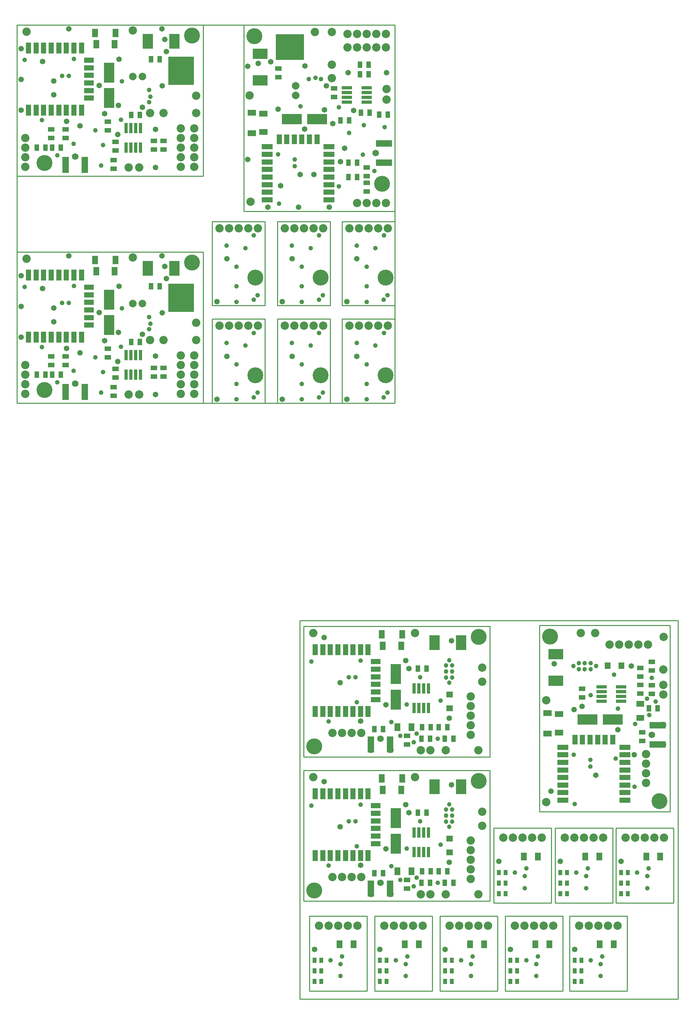
<source format=gbs>
%FSLAX25Y25*%
%MOIN*%
G70*
G01*
G75*
G04 Layer_Color=16711935*
%ADD10R,0.06299X0.13386*%
%ADD11R,0.01772X0.06299*%
%ADD12R,0.05512X0.01654*%
%ADD13R,0.04724X0.04724*%
%ADD14R,0.09000X0.15000*%
%ADD15R,0.08465X0.05000*%
%ADD16R,0.05906X0.03937*%
%ADD17R,0.03937X0.05906*%
%ADD18R,0.07874X0.11024*%
%ADD19R,0.05906X0.15748*%
%ADD20R,0.03500X0.05000*%
%ADD21R,0.07874X0.15748*%
%ADD22R,0.06299X0.09449*%
%ADD23R,0.05512X0.07087*%
%ADD24R,0.13386X0.06299*%
%ADD25R,0.06299X0.01772*%
%ADD26R,0.01654X0.05512*%
%ADD27R,0.04724X0.04724*%
%ADD28R,0.15000X0.09000*%
%ADD29R,0.05000X0.08465*%
%ADD30R,0.11024X0.07874*%
%ADD31R,0.15748X0.05906*%
%ADD32R,0.05000X0.03500*%
%ADD33R,0.15748X0.07874*%
%ADD34R,0.09449X0.06299*%
%ADD35R,0.07087X0.05512*%
%ADD36R,0.06600X0.01700*%
%ADD37R,0.15000X0.28000*%
%ADD38R,0.28000X0.15000*%
%ADD39R,0.03300X0.03150*%
%ADD40C,0.02500*%
%ADD41C,0.02000*%
%ADD42C,0.03000*%
%ADD43C,0.01500*%
%ADD44C,0.04000*%
%ADD45C,0.01000*%
%ADD46C,0.01800*%
%ADD47C,0.05000*%
%ADD48R,0.01600X0.04800*%
%ADD49R,0.34200X0.03200*%
%ADD50R,0.04800X0.01600*%
%ADD51R,0.03200X0.34200*%
%ADD52R,0.14413X0.28346*%
%ADD53R,0.28346X0.14413*%
%ADD54R,0.27700X0.02100*%
%ADD55R,0.01900X0.03800*%
%ADD56R,0.35700X0.03400*%
%ADD57R,0.02100X0.27700*%
%ADD58R,0.03800X0.01900*%
%ADD59R,0.03400X0.35700*%
%ADD60R,0.08200X0.15600*%
%ADD61C,0.15800*%
%ADD62R,0.05118X0.07874*%
%ADD63R,0.05512X0.07874*%
%ADD64C,0.07874*%
%ADD65R,0.07874X0.05118*%
%ADD66R,0.07874X0.05512*%
%ADD67C,0.07087*%
%ADD68C,0.05000*%
%ADD69C,0.04000*%
%ADD70C,0.06000*%
%ADD71C,0.03937*%
%ADD72R,0.04724X0.11024*%
%ADD73R,0.09449X0.04724*%
%ADD74R,0.03000X0.10000*%
%ADD75R,0.10000X0.20000*%
%ADD76R,0.06299X0.05512*%
%ADD77R,0.09843X0.14961*%
%ADD78R,0.11024X0.04724*%
%ADD79R,0.04724X0.09449*%
%ADD80R,0.10000X0.03000*%
%ADD81R,0.20000X0.10000*%
%ADD82R,0.05512X0.06299*%
%ADD83R,0.14961X0.09843*%
%ADD84R,0.03150X0.04724*%
%ADD85R,0.26000X0.28400*%
%ADD86R,0.28400X0.26000*%
%ADD87C,0.03500*%
%ADD88R,0.26400X0.28346*%
%ADD89R,0.28346X0.26400*%
%ADD90R,0.21028X0.12517*%
%ADD91R,0.12517X0.21028*%
%ADD92R,0.20200X0.15600*%
%ADD93C,0.00200*%
%ADD94C,0.00591*%
%ADD95C,0.00394*%
%ADD96C,0.00787*%
%ADD97C,0.00500*%
%ADD98C,0.00050*%
%ADD99C,0.00800*%
%ADD100R,0.02300X0.06299*%
%ADD101R,0.06299X0.02300*%
%ADD102R,0.12100X0.11300*%
%ADD103R,0.06299X0.02100*%
%ADD104R,0.11300X0.12100*%
%ADD105R,0.02100X0.06299*%
%ADD106R,0.07099X0.14186*%
%ADD107R,0.02572X0.07099*%
%ADD108R,0.06312X0.02454*%
%ADD109R,0.05524X0.05524*%
%ADD110R,0.09800X0.15800*%
%ADD111R,0.09265X0.05800*%
%ADD112R,0.06706X0.04737*%
%ADD113R,0.04737X0.06706*%
%ADD114R,0.08674X0.11824*%
%ADD115R,0.06706X0.16548*%
%ADD116R,0.04300X0.05800*%
%ADD117R,0.08674X0.16548*%
%ADD118R,0.07099X0.10249*%
%ADD119R,0.06312X0.07887*%
%ADD120R,0.14186X0.07099*%
%ADD121R,0.07099X0.02572*%
%ADD122R,0.02454X0.06312*%
%ADD123R,0.05524X0.05524*%
%ADD124R,0.15800X0.09800*%
%ADD125R,0.05800X0.09265*%
%ADD126R,0.11824X0.08674*%
%ADD127R,0.16548X0.06706*%
%ADD128R,0.05800X0.04300*%
%ADD129R,0.16548X0.08674*%
%ADD130R,0.10249X0.07099*%
%ADD131R,0.07887X0.06312*%
%ADD132R,0.07400X0.02500*%
%ADD133R,0.15800X0.28800*%
%ADD134R,0.28800X0.15800*%
%ADD135R,0.04100X0.03950*%
%ADD136C,0.16600*%
%ADD137R,0.05918X0.08674*%
%ADD138R,0.06312X0.08674*%
%ADD139C,0.08674*%
%ADD140R,0.08674X0.05918*%
%ADD141R,0.08674X0.06312*%
%ADD142C,0.07887*%
%ADD143C,0.05800*%
%ADD144C,0.04800*%
%ADD145C,0.06800*%
%ADD146C,0.04737*%
%ADD147R,0.05524X0.11824*%
%ADD148R,0.10249X0.05524*%
%ADD149R,0.03800X0.10800*%
%ADD150R,0.10800X0.20800*%
%ADD151R,0.07099X0.06312*%
%ADD152R,0.10642X0.15761*%
%ADD153R,0.11824X0.05524*%
%ADD154R,0.05524X0.10249*%
%ADD155R,0.10800X0.03800*%
%ADD156R,0.20800X0.10800*%
%ADD157R,0.06312X0.07099*%
%ADD158R,0.15761X0.10642*%
%ADD159R,0.03950X0.05524*%
%ADD160R,0.26800X0.29200*%
%ADD161R,0.29200X0.26800*%
D45*
X294500Y-620500D02*
Y-226500D01*
Y-620500D02*
X688500D01*
Y-226500D01*
X294500D02*
X688500D01*
X492600Y-368400D02*
Y-232400D01*
X298600D02*
X492600D01*
X298600Y-368400D02*
X492600D01*
X298600D02*
Y-232400D01*
Y-518400D02*
Y-382400D01*
Y-518400D02*
X492600D01*
X298600Y-382400D02*
X492600D01*
Y-518400D02*
Y-382400D01*
X544400Y-231400D02*
X680400D01*
X544400Y-425400D02*
Y-231400D01*
X680400Y-425400D02*
Y-231400D01*
X544400Y-425400D02*
X680400D01*
X304500Y-534000D02*
X364500D01*
X304500Y-612000D02*
Y-534000D01*
Y-612000D02*
X364500D01*
Y-534000D01*
X432500Y-612000D02*
Y-534000D01*
X372500Y-612000D02*
X432500D01*
X372500D02*
Y-534000D01*
X432500D01*
X508500D02*
X568500D01*
X508500Y-612000D02*
Y-534000D01*
Y-612000D02*
X568500D01*
Y-534000D01*
X500500Y-612000D02*
Y-534000D01*
X440500Y-612000D02*
X500500D01*
X440500D02*
Y-534000D01*
X500500D01*
X635500Y-612000D02*
Y-534000D01*
X575500Y-612000D02*
X635500D01*
X575500D02*
Y-534000D01*
X635500D01*
X624000Y-442500D02*
X684000D01*
X624000Y-520500D02*
Y-442500D01*
Y-520500D02*
X684000D01*
Y-442500D01*
X496500D02*
X556500D01*
X496500Y-520500D02*
Y-442500D01*
Y-520500D02*
X556500D01*
Y-442500D01*
X620500Y-520500D02*
Y-442500D01*
X560500Y-520500D02*
X620500D01*
X560500D02*
Y-442500D01*
X620500D01*
X0Y0D02*
Y393701D01*
Y0D02*
X393701D01*
Y393701D01*
X0D02*
X393701D01*
X194000Y236300D02*
Y393700D01*
X0D02*
X194000D01*
X0Y236300D02*
X194000D01*
X0D02*
Y393700D01*
X194000Y0D02*
Y157400D01*
X0D02*
X194000D01*
X0Y0D02*
X194000D01*
X0D02*
Y157400D01*
X236300Y393700D02*
X393700D01*
X236300Y199700D02*
Y393700D01*
X393700Y199700D02*
Y393700D01*
X236300Y199700D02*
X393700D01*
X338700Y0D02*
Y87500D01*
Y0D02*
X393700D01*
X338700Y87500D02*
X393700D01*
Y0D02*
Y87500D01*
X271300Y0D02*
Y87500D01*
Y0D02*
X326300D01*
X271300Y87500D02*
X326300D01*
Y0D02*
Y87500D01*
X203300Y0D02*
Y87500D01*
Y0D02*
X258300D01*
X203300Y87500D02*
X258300D01*
Y0D02*
Y87500D01*
Y101500D02*
Y189000D01*
X203300D02*
X258300D01*
X203300Y101500D02*
X258300D01*
X203300D02*
Y189000D01*
X326300Y101500D02*
Y189000D01*
X271300D02*
X326300D01*
X271300Y101500D02*
X326300D01*
X271300D02*
Y189000D01*
X393700Y101500D02*
Y189000D01*
X338700D02*
X393700D01*
X338700Y101500D02*
X393700D01*
X338700D02*
Y189000D01*
D112*
X406268Y-355368D02*
D03*
Y-346368D02*
D03*
Y-505368D02*
D03*
Y-496368D02*
D03*
X651368Y-351732D02*
D03*
Y-342732D02*
D03*
X649368Y-302232D02*
D03*
Y-293232D02*
D03*
X661368Y-293732D02*
D03*
Y-302732D02*
D03*
X661400Y-269400D02*
D03*
Y-278400D02*
D03*
X649368Y-284732D02*
D03*
Y-275732D02*
D03*
X588500Y-306400D02*
D03*
Y-297400D02*
D03*
X50500Y275800D02*
D03*
Y284800D02*
D03*
X35600Y275800D02*
D03*
Y284800D02*
D03*
X152500Y272800D02*
D03*
Y263800D02*
D03*
X100500Y243800D02*
D03*
Y252800D02*
D03*
X142500Y263800D02*
D03*
Y272800D02*
D03*
X102500Y262800D02*
D03*
Y271800D02*
D03*
X94500Y293000D02*
D03*
Y284000D02*
D03*
X50500Y39500D02*
D03*
Y48500D02*
D03*
X35600Y39500D02*
D03*
Y48500D02*
D03*
X152500Y36500D02*
D03*
Y27500D02*
D03*
X100500Y7500D02*
D03*
Y16500D02*
D03*
X142500Y27500D02*
D03*
Y36500D02*
D03*
X102500Y26500D02*
D03*
Y35500D02*
D03*
X94500Y56700D02*
D03*
Y47700D02*
D03*
X364200Y245200D02*
D03*
Y236200D02*
D03*
Y220200D02*
D03*
Y229200D02*
D03*
X330200Y318700D02*
D03*
Y327700D02*
D03*
X272200Y348200D02*
D03*
Y339200D02*
D03*
D113*
X372268Y-339368D02*
D03*
X381268D02*
D03*
X421768Y-337368D02*
D03*
X430768D02*
D03*
X430268Y-349368D02*
D03*
X421268D02*
D03*
X454600Y-349400D02*
D03*
X445600D02*
D03*
X439268Y-337368D02*
D03*
X448268D02*
D03*
X417600Y-276500D02*
D03*
X426600D02*
D03*
X417600Y-426500D02*
D03*
X426600D02*
D03*
X439268Y-487368D02*
D03*
X448268D02*
D03*
X454600Y-499400D02*
D03*
X445600D02*
D03*
X430268Y-499368D02*
D03*
X421268D02*
D03*
X421768Y-487368D02*
D03*
X430768D02*
D03*
X372268Y-489368D02*
D03*
X381268D02*
D03*
X667368Y-317732D02*
D03*
X658368D02*
D03*
X45500Y265800D02*
D03*
X36500D02*
D03*
X20500D02*
D03*
X29500D02*
D03*
X119000Y299800D02*
D03*
X128000D02*
D03*
X148500Y357800D02*
D03*
X139500D02*
D03*
X45500Y29500D02*
D03*
X36500D02*
D03*
X20500D02*
D03*
X29500D02*
D03*
X119000Y63500D02*
D03*
X128000D02*
D03*
X148500Y121500D02*
D03*
X139500D02*
D03*
X354200Y250200D02*
D03*
X345200D02*
D03*
X354200Y235300D02*
D03*
X345200D02*
D03*
X357200Y352200D02*
D03*
X366200D02*
D03*
X386200Y300200D02*
D03*
X377200D02*
D03*
X366200Y342200D02*
D03*
X357200D02*
D03*
X367200Y302200D02*
D03*
X358200D02*
D03*
X337000Y294200D02*
D03*
X346000D02*
D03*
D115*
X388600Y-355400D02*
D03*
X368600D02*
D03*
X388600Y-505400D02*
D03*
X368600D02*
D03*
X70500Y247800D02*
D03*
X50500D02*
D03*
X70500Y11500D02*
D03*
X50500D02*
D03*
D119*
X410835Y-337368D02*
D03*
X396268D02*
D03*
X410835Y-487368D02*
D03*
X396268D02*
D03*
X335933Y-563500D02*
D03*
X350500D02*
D03*
X403933D02*
D03*
X418500D02*
D03*
X539933D02*
D03*
X554500D02*
D03*
X471933D02*
D03*
X486500D02*
D03*
X606933D02*
D03*
X621500D02*
D03*
X655433Y-472000D02*
D03*
X670000D02*
D03*
X527933D02*
D03*
X542500D02*
D03*
X591933D02*
D03*
X606500D02*
D03*
D127*
X667400Y-335400D02*
D03*
Y-355400D02*
D03*
X382200Y270200D02*
D03*
Y250200D02*
D03*
D131*
X649368Y-313165D02*
D03*
Y-327732D02*
D03*
D136*
X480900Y-243400D02*
D03*
X309600Y-357400D02*
D03*
Y-507400D02*
D03*
X480900Y-393400D02*
D03*
X555400Y-243100D02*
D03*
X669400Y-414400D02*
D03*
X182300Y382700D02*
D03*
X28500Y249800D02*
D03*
X182300Y146400D02*
D03*
X28500Y13500D02*
D03*
X247300Y382000D02*
D03*
X380200Y228200D02*
D03*
X383800Y29000D02*
D03*
X316400D02*
D03*
X248400D02*
D03*
Y130500D02*
D03*
X316400D02*
D03*
X383800D02*
D03*
D137*
X381053Y-252613D02*
D03*
X400147D02*
D03*
X381053Y-402613D02*
D03*
X400147D02*
D03*
X82453Y373487D02*
D03*
X101547D02*
D03*
X82453Y137187D02*
D03*
X101547D02*
D03*
D138*
X401328Y-240684D02*
D03*
X379872D02*
D03*
X401328Y-390684D02*
D03*
X379872D02*
D03*
X102728Y385417D02*
D03*
X81272D02*
D03*
X102728Y149117D02*
D03*
X81272D02*
D03*
D139*
X484600Y-290100D02*
D03*
X446600Y-361400D02*
D03*
X480532Y-361432D02*
D03*
X414600Y-239400D02*
D03*
X484600Y-275400D02*
D03*
X308600Y-239400D02*
D03*
X430600Y-361400D02*
D03*
X420600D02*
D03*
X328600Y-343400D02*
D03*
X338600D02*
D03*
X348600D02*
D03*
X358600D02*
D03*
X472600Y-315400D02*
D03*
Y-325400D02*
D03*
Y-335400D02*
D03*
Y-345400D02*
D03*
Y-305400D02*
D03*
Y-465400D02*
D03*
Y-475400D02*
D03*
Y-485400D02*
D03*
Y-495400D02*
D03*
Y-455400D02*
D03*
X328600Y-493400D02*
D03*
X338600D02*
D03*
X348600D02*
D03*
X358600D02*
D03*
X430600Y-511400D02*
D03*
X420600D02*
D03*
X308600Y-389400D02*
D03*
X484600Y-425400D02*
D03*
X414600Y-389400D02*
D03*
X480532Y-511432D02*
D03*
X446600Y-511400D02*
D03*
X484600Y-440100D02*
D03*
X602100Y-239400D02*
D03*
X673400Y-277400D02*
D03*
X673432Y-243468D02*
D03*
X551400Y-309400D02*
D03*
X587400Y-239400D02*
D03*
X551400Y-415400D02*
D03*
X673400Y-293400D02*
D03*
Y-303400D02*
D03*
X655400Y-395400D02*
D03*
Y-385400D02*
D03*
Y-375400D02*
D03*
Y-365400D02*
D03*
X627400Y-251400D02*
D03*
X637400D02*
D03*
X647400D02*
D03*
X657400D02*
D03*
X617400D02*
D03*
X314500Y-544000D02*
D03*
X354500D02*
D03*
X344500D02*
D03*
X334500D02*
D03*
X324500D02*
D03*
X382500D02*
D03*
X422500D02*
D03*
X412500D02*
D03*
X402500D02*
D03*
X392500D02*
D03*
X518500D02*
D03*
X558500D02*
D03*
X548500D02*
D03*
X538500D02*
D03*
X528500D02*
D03*
X450500D02*
D03*
X490500D02*
D03*
X480500D02*
D03*
X470500D02*
D03*
X460500D02*
D03*
X585500D02*
D03*
X625500D02*
D03*
X615500D02*
D03*
X605500D02*
D03*
X595500D02*
D03*
X634000Y-452500D02*
D03*
X674000D02*
D03*
X664000D02*
D03*
X654000D02*
D03*
X644000D02*
D03*
X506500D02*
D03*
X546500D02*
D03*
X536500D02*
D03*
X526500D02*
D03*
X516500D02*
D03*
X570500D02*
D03*
X610500D02*
D03*
X600500D02*
D03*
X590500D02*
D03*
X580500D02*
D03*
X170500Y275800D02*
D03*
Y265800D02*
D03*
Y255800D02*
D03*
Y245800D02*
D03*
Y285800D02*
D03*
X186500Y302000D02*
D03*
X138500D02*
D03*
X152500D02*
D03*
X120500Y387800D02*
D03*
X186500Y319800D02*
D03*
X10000Y386700D02*
D03*
X127100Y245200D02*
D03*
X116300D02*
D03*
X8500Y275800D02*
D03*
Y265800D02*
D03*
Y255800D02*
D03*
Y245800D02*
D03*
X184500Y275800D02*
D03*
Y265800D02*
D03*
Y255800D02*
D03*
Y245800D02*
D03*
Y285800D02*
D03*
X170500Y39500D02*
D03*
Y29500D02*
D03*
Y19500D02*
D03*
Y9500D02*
D03*
Y49500D02*
D03*
X186500Y65700D02*
D03*
X138500D02*
D03*
X152500D02*
D03*
X120500Y151500D02*
D03*
X186500Y83500D02*
D03*
X10000Y150400D02*
D03*
X127100Y8900D02*
D03*
X116300D02*
D03*
X8500Y39500D02*
D03*
Y29500D02*
D03*
Y19500D02*
D03*
Y9500D02*
D03*
X184500Y39500D02*
D03*
Y29500D02*
D03*
Y19500D02*
D03*
Y9500D02*
D03*
Y49500D02*
D03*
X354200Y370200D02*
D03*
X364200D02*
D03*
X374200D02*
D03*
X384200D02*
D03*
X344200D02*
D03*
X328000Y386200D02*
D03*
Y338200D02*
D03*
Y352200D02*
D03*
X242200Y320200D02*
D03*
X310200Y386200D02*
D03*
X243300Y209700D02*
D03*
X384800Y326800D02*
D03*
Y316000D02*
D03*
X354200Y208200D02*
D03*
X364200D02*
D03*
X374200D02*
D03*
X384200D02*
D03*
X354200Y384200D02*
D03*
X364200D02*
D03*
X374200D02*
D03*
X384200D02*
D03*
X344200D02*
D03*
X356200Y80500D02*
D03*
X366200D02*
D03*
X376200D02*
D03*
X386200D02*
D03*
X346200D02*
D03*
X288800D02*
D03*
X298800D02*
D03*
X308800D02*
D03*
X318800D02*
D03*
X278800D02*
D03*
X220800D02*
D03*
X230800D02*
D03*
X240800D02*
D03*
X250800D02*
D03*
X210800D02*
D03*
X220800Y182000D02*
D03*
X230800D02*
D03*
X240800D02*
D03*
X250800D02*
D03*
X210800D02*
D03*
X288800D02*
D03*
X298800D02*
D03*
X308800D02*
D03*
X318800D02*
D03*
X278800D02*
D03*
X356200D02*
D03*
X366200D02*
D03*
X376200D02*
D03*
X386200D02*
D03*
X346200D02*
D03*
D140*
X564613Y-342947D02*
D03*
Y-323853D02*
D03*
X256513Y282153D02*
D03*
Y301247D02*
D03*
D141*
X552683Y-322672D02*
D03*
Y-344128D02*
D03*
X244584Y302428D02*
D03*
Y280972D02*
D03*
D142*
X130500Y339800D02*
D03*
X120500D02*
D03*
X130500Y103500D02*
D03*
X120500D02*
D03*
X290200Y330200D02*
D03*
Y320200D02*
D03*
D143*
X357900Y-331000D02*
D03*
X450300Y-327900D02*
D03*
X408200Y-276500D02*
D03*
X384100Y-313900D02*
D03*
X452600Y-247500D02*
D03*
X336700Y-290900D02*
D03*
X405000Y-268100D02*
D03*
X319900Y-244100D02*
D03*
Y-394100D02*
D03*
X405000Y-418100D02*
D03*
X336700Y-440900D02*
D03*
X452600Y-397500D02*
D03*
X384100Y-463900D02*
D03*
X408200Y-426500D02*
D03*
X450300Y-477900D02*
D03*
X357900Y-481000D02*
D03*
X643000Y-366100D02*
D03*
X639900Y-273700D02*
D03*
X588500Y-315800D02*
D03*
X625900Y-339900D02*
D03*
X559500Y-271400D02*
D03*
X602900Y-387300D02*
D03*
X580100Y-319000D02*
D03*
X556100Y-404100D02*
D03*
X309900Y-568700D02*
D03*
X377900D02*
D03*
X513900D02*
D03*
X445900D02*
D03*
X580900D02*
D03*
X629400Y-477200D02*
D03*
X501900D02*
D03*
X565900D02*
D03*
X105500Y309800D02*
D03*
X130700Y307800D02*
D03*
X91200Y301200D02*
D03*
X104900Y279500D02*
D03*
X65500Y288700D02*
D03*
X26500Y355500D02*
D03*
X85700Y330500D02*
D03*
X155600Y365800D02*
D03*
X154000Y378600D02*
D03*
X38100Y335200D02*
D03*
X106400Y358000D02*
D03*
X144100Y245200D02*
D03*
X151400Y330200D02*
D03*
X144100Y285100D02*
D03*
X4300Y368800D02*
D03*
Y336800D02*
D03*
Y304800D02*
D03*
X38100Y320800D02*
D03*
X53900Y389600D02*
D03*
X150800D02*
D03*
X51500Y293200D02*
D03*
X105500Y73500D02*
D03*
X130700Y71500D02*
D03*
X91200Y64900D02*
D03*
X104900Y43200D02*
D03*
X65500Y52400D02*
D03*
X26500Y119200D02*
D03*
X85700Y94200D02*
D03*
X155600Y129500D02*
D03*
X154000Y142300D02*
D03*
X38100Y98900D02*
D03*
X106400Y121700D02*
D03*
X144100Y8900D02*
D03*
X151400Y93900D02*
D03*
X144100Y48800D02*
D03*
X4300Y132500D02*
D03*
Y100500D02*
D03*
Y68500D02*
D03*
X38100Y84500D02*
D03*
X53900Y153300D02*
D03*
X150800D02*
D03*
X51500Y56900D02*
D03*
X320200Y305200D02*
D03*
X322200Y330400D02*
D03*
X328800Y290900D02*
D03*
X350500Y304600D02*
D03*
X341300Y265200D02*
D03*
X274500Y226200D02*
D03*
X299500Y285400D02*
D03*
X264200Y355300D02*
D03*
X251400Y353700D02*
D03*
X294800Y237800D02*
D03*
X272000Y306100D02*
D03*
X384800Y343800D02*
D03*
X299800Y351100D02*
D03*
X344900Y343800D02*
D03*
X261200Y204000D02*
D03*
X293200D02*
D03*
X325200D02*
D03*
X309200Y237800D02*
D03*
X240400Y253600D02*
D03*
Y350500D02*
D03*
X336800Y251200D02*
D03*
X354000Y48700D02*
D03*
X343500Y4100D02*
D03*
X286600Y48700D02*
D03*
X276100Y4100D02*
D03*
X218600Y48700D02*
D03*
X208100Y4100D02*
D03*
Y105600D02*
D03*
X218600Y150200D02*
D03*
X276100Y105600D02*
D03*
X286600Y150200D02*
D03*
X343500Y105600D02*
D03*
X354000Y150200D02*
D03*
D144*
X353800Y-311500D02*
D03*
X389800Y-331900D02*
D03*
X399200Y-346500D02*
D03*
X416200Y-344100D02*
D03*
X405800Y-313800D02*
D03*
X345500Y-285400D02*
D03*
X420000Y-285500D02*
D03*
X357800Y-267900D02*
D03*
X324600Y-331400D02*
D03*
X352500Y-285400D02*
D03*
X306600Y-268900D02*
D03*
X438100Y-349400D02*
D03*
X441200Y-309800D02*
D03*
X413300Y-353100D02*
D03*
Y-503100D02*
D03*
X441200Y-459800D02*
D03*
X438100Y-499400D02*
D03*
X306600Y-418900D02*
D03*
X352500Y-435400D02*
D03*
X324600Y-481400D02*
D03*
X357800Y-417900D02*
D03*
X420000Y-435500D02*
D03*
X345500Y-435400D02*
D03*
X405800Y-463800D02*
D03*
X416200Y-494100D02*
D03*
X399200Y-496500D02*
D03*
X389800Y-481900D02*
D03*
X353800Y-461500D02*
D03*
X623500Y-370200D02*
D03*
X643900Y-334200D02*
D03*
X658500Y-324800D02*
D03*
X656100Y-307800D02*
D03*
X625800Y-318200D02*
D03*
X597400Y-378500D02*
D03*
X597500Y-304000D02*
D03*
X579900Y-366200D02*
D03*
X643400Y-399400D02*
D03*
X597400Y-371500D02*
D03*
X580900Y-417400D02*
D03*
X661400Y-285900D02*
D03*
X621800Y-282800D02*
D03*
X665100Y-310700D02*
D03*
X338500Y-576000D02*
D03*
X326500Y-580200D02*
D03*
X337000Y-584000D02*
D03*
Y-596500D02*
D03*
X405000D02*
D03*
Y-584000D02*
D03*
X394500Y-580200D02*
D03*
X406500Y-576000D02*
D03*
X542500D02*
D03*
X530500Y-580200D02*
D03*
X541000Y-584000D02*
D03*
Y-596500D02*
D03*
X473000D02*
D03*
Y-584000D02*
D03*
X462500Y-580200D02*
D03*
X474500Y-576000D02*
D03*
X608000Y-596500D02*
D03*
Y-584000D02*
D03*
X597500Y-580200D02*
D03*
X609500Y-576000D02*
D03*
X658000Y-484500D02*
D03*
X646000Y-488700D02*
D03*
X656500Y-492500D02*
D03*
Y-505000D02*
D03*
X530500Y-484500D02*
D03*
X518500Y-488700D02*
D03*
X529000Y-492500D02*
D03*
Y-505000D02*
D03*
X593000D02*
D03*
Y-492500D02*
D03*
X582500Y-488700D02*
D03*
X594500Y-484500D02*
D03*
X108400Y294800D02*
D03*
X137717Y313283D02*
D03*
X138800Y319000D02*
D03*
X137700Y326000D02*
D03*
X81700Y284000D02*
D03*
X89700Y268600D02*
D03*
X87500Y247200D02*
D03*
X58800Y269900D02*
D03*
X109300Y334800D02*
D03*
X41900Y257800D02*
D03*
X46900Y340700D02*
D03*
X59200Y358200D02*
D03*
X26000Y294700D02*
D03*
X53900Y340700D02*
D03*
X8000Y357200D02*
D03*
X108400Y58500D02*
D03*
X137717Y76983D02*
D03*
X138800Y82700D02*
D03*
X137700Y89700D02*
D03*
X81700Y47700D02*
D03*
X89700Y32300D02*
D03*
X87500Y10900D02*
D03*
X58800Y33600D02*
D03*
X109300Y98500D02*
D03*
X41900Y21500D02*
D03*
X46900Y104400D02*
D03*
X59200Y121900D02*
D03*
X26000Y58400D02*
D03*
X53900Y104400D02*
D03*
X8000Y120900D02*
D03*
X335200Y308100D02*
D03*
X316717Y337417D02*
D03*
X311000Y338500D02*
D03*
X304000Y337400D02*
D03*
X346000Y281400D02*
D03*
X361400Y289400D02*
D03*
X382800Y287200D02*
D03*
X360100Y258500D02*
D03*
X295200Y309000D02*
D03*
X372200Y241600D02*
D03*
X289300Y246600D02*
D03*
X271800Y258900D02*
D03*
X335300Y225700D02*
D03*
X289300Y253600D02*
D03*
X272800Y207700D02*
D03*
X353800Y62600D02*
D03*
X382100Y73100D02*
D03*
X373400Y59800D02*
D03*
X385900Y10800D02*
D03*
X381900Y6000D02*
D03*
X364100Y40400D02*
D03*
Y20000D02*
D03*
Y3900D02*
D03*
X286400Y62600D02*
D03*
X314700Y73100D02*
D03*
X306000Y59800D02*
D03*
X318500Y10800D02*
D03*
X314500Y6000D02*
D03*
X296700Y40400D02*
D03*
Y20000D02*
D03*
Y3900D02*
D03*
X218400Y62600D02*
D03*
X246700Y73100D02*
D03*
X238000Y59800D02*
D03*
X250500Y10800D02*
D03*
X246500Y6000D02*
D03*
X228700Y40400D02*
D03*
Y20000D02*
D03*
Y3900D02*
D03*
Y105400D02*
D03*
Y121500D02*
D03*
Y141900D02*
D03*
X246500Y107500D02*
D03*
X250500Y112300D02*
D03*
X238000Y161300D02*
D03*
X246700Y174600D02*
D03*
X218400Y164100D02*
D03*
X296700Y105400D02*
D03*
Y121500D02*
D03*
Y141900D02*
D03*
X314500Y107500D02*
D03*
X318500Y112300D02*
D03*
X306000Y161300D02*
D03*
X314700Y174600D02*
D03*
X286400Y164100D02*
D03*
X364100Y105400D02*
D03*
Y121500D02*
D03*
Y141900D02*
D03*
X381900Y107500D02*
D03*
X385900Y112300D02*
D03*
X373400Y161300D02*
D03*
X382100Y174600D02*
D03*
X353800Y164100D02*
D03*
D145*
X378600Y-349400D02*
D03*
X368600Y-361000D02*
D03*
X388800D02*
D03*
Y-511000D02*
D03*
X368600D02*
D03*
X378600Y-499400D02*
D03*
X661400Y-345400D02*
D03*
X673000Y-355400D02*
D03*
Y-335200D02*
D03*
X70500Y243800D02*
D03*
X50500D02*
D03*
X60500Y256500D02*
D03*
X70500Y7500D02*
D03*
X50500D02*
D03*
X60500Y20200D02*
D03*
X386200Y270200D02*
D03*
Y250200D02*
D03*
X373500Y260200D02*
D03*
D146*
X450395Y-267589D02*
D03*
X453151Y-279400D02*
D03*
X446852Y-285699D02*
D03*
X450395Y-291211D02*
D03*
X446852Y-279400D02*
D03*
X453151Y-285699D02*
D03*
X446852Y-273101D02*
D03*
X453151D02*
D03*
X450395Y-417589D02*
D03*
X453151Y-429400D02*
D03*
X446852Y-435699D02*
D03*
X450395Y-441211D02*
D03*
X446852Y-429400D02*
D03*
X453151Y-435699D02*
D03*
X446852Y-423101D02*
D03*
X453151D02*
D03*
X579589Y-273605D02*
D03*
X591400Y-270849D02*
D03*
X597699Y-277148D02*
D03*
X603211Y-273605D02*
D03*
X591400Y-277148D02*
D03*
X597699Y-270849D02*
D03*
X585101Y-277148D02*
D03*
Y-270849D02*
D03*
X173051Y352099D02*
D03*
X166752D02*
D03*
X173051Y339501D02*
D03*
X166752Y345800D02*
D03*
X170295Y333989D02*
D03*
X166752Y339501D02*
D03*
X173051Y345800D02*
D03*
X170295Y357611D02*
D03*
X173051Y115799D02*
D03*
X166752D02*
D03*
X173051Y103201D02*
D03*
X166752Y109500D02*
D03*
X170295Y97689D02*
D03*
X166752Y103201D02*
D03*
X173051Y109500D02*
D03*
X170295Y121311D02*
D03*
X277901Y372751D02*
D03*
Y366452D02*
D03*
X290499Y372751D02*
D03*
X284200Y366452D02*
D03*
X296011Y369995D02*
D03*
X290499Y366452D02*
D03*
X284200Y372751D02*
D03*
X272389Y369995D02*
D03*
D147*
X365718Y-321180D02*
D03*
X357844D02*
D03*
X349970D02*
D03*
X342096D02*
D03*
X334222D02*
D03*
X326348D02*
D03*
X318474D02*
D03*
X310600D02*
D03*
Y-256613D02*
D03*
X318474D02*
D03*
X326348D02*
D03*
X334222D02*
D03*
X342096D02*
D03*
X349970D02*
D03*
X357844D02*
D03*
X365718D02*
D03*
Y-471179D02*
D03*
X357844D02*
D03*
X349970D02*
D03*
X342096D02*
D03*
X334222D02*
D03*
X326348D02*
D03*
X318474D02*
D03*
X310600D02*
D03*
Y-406613D02*
D03*
X318474D02*
D03*
X326348D02*
D03*
X334222D02*
D03*
X342096D02*
D03*
X349970D02*
D03*
X357844D02*
D03*
X365718D02*
D03*
X67118Y304921D02*
D03*
X59244D02*
D03*
X51370D02*
D03*
X43496D02*
D03*
X35622D02*
D03*
X27748D02*
D03*
X19874D02*
D03*
X12000D02*
D03*
Y369487D02*
D03*
X19874D02*
D03*
X27748D02*
D03*
X35622D02*
D03*
X43496D02*
D03*
X51370D02*
D03*
X59244D02*
D03*
X67118D02*
D03*
Y68621D02*
D03*
X59244D02*
D03*
X51370D02*
D03*
X43496D02*
D03*
X35622D02*
D03*
X27748D02*
D03*
X19874D02*
D03*
X12000D02*
D03*
Y133187D02*
D03*
X19874D02*
D03*
X27748D02*
D03*
X35622D02*
D03*
X43496D02*
D03*
X51370D02*
D03*
X59244D02*
D03*
X67118D02*
D03*
D148*
X373592Y-269211D02*
D03*
Y-277085D02*
D03*
Y-284959D02*
D03*
Y-292833D02*
D03*
Y-300707D02*
D03*
Y-308581D02*
D03*
Y-419211D02*
D03*
Y-427085D02*
D03*
Y-434959D02*
D03*
Y-442833D02*
D03*
Y-450707D02*
D03*
Y-458581D02*
D03*
X74992Y356889D02*
D03*
Y349015D02*
D03*
Y341141D02*
D03*
Y333267D02*
D03*
Y325393D02*
D03*
Y317519D02*
D03*
Y120589D02*
D03*
Y112715D02*
D03*
Y104841D02*
D03*
Y96967D02*
D03*
Y89093D02*
D03*
Y81219D02*
D03*
D149*
X413600Y-317400D02*
D03*
X428600D02*
D03*
X418600D02*
D03*
X423600D02*
D03*
X428600Y-296900D02*
D03*
X423600D02*
D03*
X418600D02*
D03*
X413600D02*
D03*
Y-467400D02*
D03*
X428600D02*
D03*
X418600D02*
D03*
X423600D02*
D03*
X428600Y-446900D02*
D03*
X423600D02*
D03*
X418600D02*
D03*
X413600D02*
D03*
X113500Y265800D02*
D03*
X128500D02*
D03*
X118500D02*
D03*
X123500D02*
D03*
X128500Y286300D02*
D03*
X123500D02*
D03*
X118500D02*
D03*
X113500D02*
D03*
Y29500D02*
D03*
X128500D02*
D03*
X118500D02*
D03*
X123500D02*
D03*
X128500Y50000D02*
D03*
X123500D02*
D03*
X118500D02*
D03*
X113500D02*
D03*
D150*
X394600Y-308600D02*
D03*
Y-282200D02*
D03*
Y-458600D02*
D03*
Y-432200D02*
D03*
X96000Y317500D02*
D03*
Y343900D02*
D03*
Y81200D02*
D03*
Y107600D02*
D03*
D151*
X450600Y-303400D02*
D03*
Y-317573D02*
D03*
Y-453400D02*
D03*
Y-467573D02*
D03*
D152*
X462569Y-249400D02*
D03*
X435009D02*
D03*
X462569Y-399400D02*
D03*
X435009D02*
D03*
X163969Y376700D02*
D03*
X136409D02*
D03*
X163969Y140400D02*
D03*
X136409D02*
D03*
D153*
X633180Y-358282D02*
D03*
Y-366156D02*
D03*
Y-374030D02*
D03*
Y-381904D02*
D03*
Y-389778D02*
D03*
Y-397652D02*
D03*
Y-405526D02*
D03*
Y-413400D02*
D03*
X568613D02*
D03*
Y-405526D02*
D03*
Y-397652D02*
D03*
Y-389778D02*
D03*
Y-381904D02*
D03*
Y-374030D02*
D03*
Y-366156D02*
D03*
Y-358282D02*
D03*
X325079Y266818D02*
D03*
Y258944D02*
D03*
Y251070D02*
D03*
Y243196D02*
D03*
Y235322D02*
D03*
Y227448D02*
D03*
Y219574D02*
D03*
Y211700D02*
D03*
X260513D02*
D03*
Y219574D02*
D03*
Y227448D02*
D03*
Y235322D02*
D03*
Y243196D02*
D03*
Y251070D02*
D03*
Y258944D02*
D03*
Y266818D02*
D03*
D154*
X581211Y-350408D02*
D03*
X589085D02*
D03*
X596959D02*
D03*
X604833D02*
D03*
X612707D02*
D03*
X620581D02*
D03*
X273111Y274692D02*
D03*
X280985D02*
D03*
X288859D02*
D03*
X296733D02*
D03*
X304607D02*
D03*
X312481D02*
D03*
D155*
X629400Y-310400D02*
D03*
Y-295400D02*
D03*
Y-305400D02*
D03*
Y-300400D02*
D03*
X608900Y-295400D02*
D03*
Y-300400D02*
D03*
Y-305400D02*
D03*
Y-310400D02*
D03*
X364200Y313200D02*
D03*
Y328200D02*
D03*
Y318200D02*
D03*
Y323200D02*
D03*
X343700Y328200D02*
D03*
Y323200D02*
D03*
Y318200D02*
D03*
Y313200D02*
D03*
D156*
X620600Y-329400D02*
D03*
X594200D02*
D03*
X312500Y295700D02*
D03*
X286100D02*
D03*
D157*
X615400Y-273400D02*
D03*
X629573D02*
D03*
D158*
X561400Y-261432D02*
D03*
Y-288990D02*
D03*
X253300Y363668D02*
D03*
Y336109D02*
D03*
D159*
X316894Y-580173D02*
D03*
X309807D02*
D03*
X316894Y-591173D02*
D03*
X309807D02*
D03*
X316894Y-602173D02*
D03*
X309807D02*
D03*
X384894D02*
D03*
X377807D02*
D03*
X384894Y-591173D02*
D03*
X377807D02*
D03*
X384894Y-580173D02*
D03*
X377807D02*
D03*
X520894D02*
D03*
X513807D02*
D03*
X520894Y-591173D02*
D03*
X513807D02*
D03*
X520894Y-602173D02*
D03*
X513807D02*
D03*
X452894D02*
D03*
X445807D02*
D03*
X452894Y-591173D02*
D03*
X445807D02*
D03*
X452894Y-580173D02*
D03*
X445807D02*
D03*
X587894Y-602173D02*
D03*
X580807D02*
D03*
X587894Y-591173D02*
D03*
X580807D02*
D03*
X587894Y-580173D02*
D03*
X580807D02*
D03*
X636394Y-488673D02*
D03*
X629307D02*
D03*
X636394Y-499673D02*
D03*
X629307D02*
D03*
X636394Y-510673D02*
D03*
X629307D02*
D03*
X508894Y-488673D02*
D03*
X501807D02*
D03*
X508894Y-499673D02*
D03*
X501807D02*
D03*
X508894Y-510673D02*
D03*
X501807D02*
D03*
X572894D02*
D03*
X565807D02*
D03*
X572894Y-499673D02*
D03*
X565807D02*
D03*
X572894Y-488673D02*
D03*
X565807D02*
D03*
D160*
X170900Y345800D02*
D03*
Y109500D02*
D03*
D161*
X284200Y370600D02*
D03*
M02*

</source>
